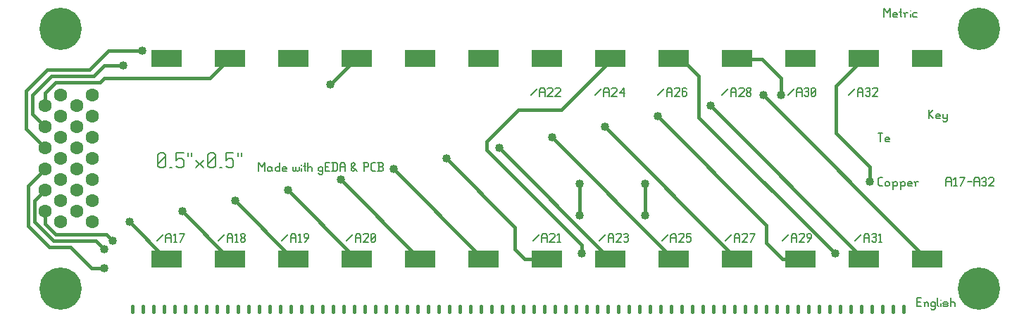
<source format=gbr>
G04 start of page 2 for group 0 idx 0 *
G04 Title: (unknown), component *
G04 Creator: pcb 20110918 *
G04 CreationDate: Wed Jul 25 20:17:01 2012 UTC *
G04 For: fosse *
G04 Format: Gerber/RS-274X *
G04 PCB-Dimensions: 476000 152000 *
G04 PCB-Coordinate-Origin: lower left *
%MOIN*%
%FSLAX25Y25*%
%LNTOP*%
%ADD19C,0.0350*%
%ADD18C,0.1250*%
%ADD17C,0.0200*%
%ADD16C,0.0400*%
%ADD15R,0.0807X0.0807*%
%ADD14C,0.0630*%
%ADD13C,0.2000*%
%ADD12C,0.0070*%
%ADD11C,0.0150*%
G54D11*X159580Y66000D02*X197040Y28540D01*
X184540Y71000D02*X227020Y28520D01*
X184500Y71000D02*X184540D01*
X209500Y76000D02*X209540D01*
X234500Y81000D02*X234540D01*
X228501Y84000D02*Y80000D01*
X242000Y43500D02*X209500Y76000D01*
X234540Y81000D02*X287020Y28520D01*
X259500Y86000D02*X259540D01*
X272501Y49000D02*Y64000D01*
X259540Y86000D02*X317020Y28520D01*
X284500Y91000D02*X284540D01*
X347020Y28520D01*
X303501Y49000D02*Y64000D01*
X361000Y44500D02*X309500Y96000D01*
X228501Y80000D02*X273501Y35000D01*
Y31000D01*
X257020Y28520D02*X246480D01*
X242000Y33000D01*
Y43500D01*
X243501Y99000D02*X228501Y84000D01*
X243501Y99000D02*X264000D01*
X334500Y101000D02*X334540D01*
X359501Y106000D02*Y105998D01*
X334540Y101000D02*X407020Y28520D01*
X377020D02*X368480D01*
X361000Y36000D01*
Y44500D01*
X329000Y95501D02*X393501Y31000D01*
X394000Y88000D02*Y110498D01*
X359501Y105998D02*X437000Y28500D01*
X410000Y65000D02*Y72000D01*
X394000Y88000D01*
X287040Y123538D02*Y122040D01*
X264000Y99000D01*
X309500Y96000D02*X309540D01*
X317020Y123519D02*X320481D01*
X329000Y115000D01*
Y95501D01*
X368000Y106000D02*Y114000D01*
X359000Y123000D01*
X347578D01*
X347040Y123538D01*
X394000Y110498D02*X407040Y123538D01*
X65500Y127000D02*X49500D01*
X56500Y120000D02*X47500D01*
Y114000D02*X97502D01*
X107040Y123538D01*
X154501Y111000D02*X154502D01*
X167040Y123538D01*
X24500Y112000D02*X45500D01*
X19520Y91000D02*X19500D01*
X13500Y97000D01*
Y106000D01*
X10500Y90000D02*Y108000D01*
X47500Y114000D02*X45500Y112000D01*
X19520Y101000D02*Y107020D01*
Y106980D02*Y107020D01*
X24500Y112000D01*
X13500Y106000D02*X22500Y115000D01*
X10500Y108000D02*X20500Y118000D01*
X22500Y115000D02*X42500D01*
X20500Y118000D02*X40500D01*
X49500Y127000D02*X40500Y118000D01*
X47500Y120000D02*X42500Y115000D01*
X19500Y81000D02*X10500Y90000D01*
X19520Y81000D02*X19500D01*
X19520Y61000D02*X19501D01*
X19520Y71000D02*X19501D01*
X19520Y51000D02*Y44981D01*
X24501Y40000D01*
X19501Y61000D02*X14501Y56000D01*
Y46000D01*
X23501Y37000D01*
X19501Y71000D02*X11501Y63000D01*
Y44000D01*
X21501Y34000D01*
X23501Y37000D02*X43501D01*
X21501Y34000D02*X31501D01*
X24501Y40000D02*X48501D01*
X43501Y37000D02*X47501Y33000D01*
X48501Y40000D02*X51501Y37000D01*
X47501Y24000D02*X41501D01*
X31501Y34000D02*X41501Y24000D01*
X59499Y46000D02*X59540D01*
X77020Y28520D01*
X84500Y51000D02*X84540D01*
X107020Y28520D01*
X109500Y56000D02*X109540D01*
X137020Y28520D01*
X134500Y61000D02*X134540D01*
X167020Y28520D01*
X159540Y66000D02*X159580D01*
X61001Y3500D02*Y6000D01*
X66001Y3500D02*Y6000D01*
X71001Y3500D02*Y6000D01*
X76001Y3500D02*Y6000D01*
X81001Y3500D02*Y6000D01*
X86001Y3500D02*Y6000D01*
X91001Y3500D02*Y6000D01*
X96001Y3500D02*Y6000D01*
X101001Y3500D02*Y6000D01*
X106001Y3500D02*Y6000D01*
X111001Y3500D02*Y6000D01*
X116001Y3500D02*Y6000D01*
X121001Y3500D02*Y6000D01*
X126001Y3500D02*Y6000D01*
X131001Y3500D02*Y6000D01*
X136001Y3500D02*Y6000D01*
X141001Y3500D02*Y6000D01*
X146001Y3500D02*Y6000D01*
X151001Y3500D02*Y6000D01*
X156001Y3500D02*Y6000D01*
X161001Y3500D02*Y6000D01*
X166001Y3500D02*Y6000D01*
X171001Y3500D02*Y6000D01*
X176001Y3500D02*Y6000D01*
X181001Y3500D02*Y6000D01*
X186001Y3500D02*Y6000D01*
X191001Y3500D02*Y6000D01*
X196001Y3500D02*Y6000D01*
X201001Y3500D02*Y6000D01*
X206001Y3500D02*Y6000D01*
X211001Y3500D02*Y6000D01*
X216001Y3500D02*Y6000D01*
X221001Y3500D02*Y6000D01*
X226001Y3500D02*Y6000D01*
X231001Y3500D02*Y6000D01*
X236001Y3500D02*Y6000D01*
X241001Y3500D02*Y6000D01*
X246001Y3500D02*Y6000D01*
X251001Y3500D02*Y6000D01*
X256001Y3500D02*Y6000D01*
X261001Y3500D02*Y6000D01*
X266001Y3500D02*Y6000D01*
X271001Y3500D02*Y6000D01*
X276001Y3500D02*Y6000D01*
X281001Y3500D02*Y6000D01*
X286001Y3500D02*Y6000D01*
X291001Y3500D02*Y6000D01*
X296001Y3500D02*Y6000D01*
X301001Y3500D02*Y6000D01*
X306001Y3500D02*Y6000D01*
X311001Y3500D02*Y6000D01*
X316001Y3500D02*Y6000D01*
X321001Y3500D02*Y6000D01*
X326001Y3500D02*Y6000D01*
X331001Y3500D02*Y6000D01*
X336001Y3500D02*Y6000D01*
X341001Y3500D02*Y6000D01*
X346001Y3500D02*Y6000D01*
X351001Y3500D02*Y6000D01*
X356001Y3500D02*Y6000D01*
X361001Y3500D02*Y6000D01*
X366001Y3500D02*Y6000D01*
X371001Y3500D02*Y6000D01*
X376001Y3500D02*Y6000D01*
X381001Y3500D02*Y6000D01*
X386001Y3500D02*Y6000D01*
X391001Y3500D02*Y6000D01*
X396001Y3500D02*Y6000D01*
X401001Y3500D02*Y6000D01*
X406001Y3500D02*Y6000D01*
X411001Y3500D02*Y6000D01*
X416001Y3500D02*Y6000D01*
X421001Y3500D02*Y6000D01*
X426001Y3500D02*Y6000D01*
G54D12*X73000Y72625D02*X73875Y71750D01*
X73000Y77875D02*Y72625D01*
Y77875D02*X73875Y78750D01*
X75625D01*
X76500Y77875D01*
Y72625D01*
X75625Y71750D02*X76500Y72625D01*
X73875Y71750D02*X75625D01*
X73000Y73500D02*X76500Y77000D01*
X78600Y71750D02*X79475D01*
X81575Y78750D02*X85075D01*
X81575D02*Y75250D01*
X82450Y76125D01*
X84200D01*
X85075Y75250D01*
Y72625D01*
X84200Y71750D02*X85075Y72625D01*
X82450Y71750D02*X84200D01*
X81575Y72625D02*X82450Y71750D01*
X87175Y78750D02*Y77000D01*
X88925Y78750D02*Y77000D01*
X91025Y75250D02*X94525Y71750D01*
X91025D02*X94525Y75250D01*
X96625Y72625D02*X97500Y71750D01*
X96625Y77875D02*Y72625D01*
Y77875D02*X97500Y78750D01*
X99250D01*
X100125Y77875D01*
Y72625D01*
X99250Y71750D02*X100125Y72625D01*
X97500Y71750D02*X99250D01*
X96625Y73500D02*X100125Y77000D01*
X102225Y71750D02*X103100D01*
X105200Y78750D02*X108700D01*
X105200D02*Y75250D01*
X106075Y76125D01*
X107825D01*
X108700Y75250D01*
Y72625D01*
X107825Y71750D02*X108700Y72625D01*
X106075Y71750D02*X107825D01*
X105200Y72625D02*X106075Y71750D01*
X110800Y78750D02*Y77000D01*
X112550Y78750D02*Y77000D01*
X120662Y74000D02*Y70000D01*
Y74000D02*X122162Y72000D01*
X123662Y74000D01*
Y70000D01*
X126362Y72000D02*X126862Y71500D01*
X125362Y72000D02*X126362D01*
X124862Y71500D02*X125362Y72000D01*
X124862Y71500D02*Y70500D01*
X125362Y70000D01*
X126862Y72000D02*Y70500D01*
X127362Y70000D01*
X125362D02*X126362D01*
X126862Y70500D01*
X130562Y74000D02*Y70000D01*
X130062D02*X130562Y70500D01*
X129062Y70000D02*X130062D01*
X128562Y70500D02*X129062Y70000D01*
X128562Y71500D02*Y70500D01*
Y71500D02*X129062Y72000D01*
X130062D01*
X130562Y71500D01*
X132262Y70000D02*X133762D01*
X131762Y70500D02*X132262Y70000D01*
X131762Y71500D02*Y70500D01*
Y71500D02*X132262Y72000D01*
X133262D01*
X133762Y71500D01*
X131762Y71000D02*X133762D01*
Y71500D02*Y71000D01*
X136762Y72000D02*Y70500D01*
X137262Y70000D01*
X137762D01*
X138262Y70500D01*
Y72000D02*Y70500D01*
X138762Y70000D01*
X139262D01*
X139762Y70500D01*
Y72000D02*Y70500D01*
X140962Y73000D02*Y72900D01*
Y71500D02*Y70000D01*
X142462Y74000D02*Y70500D01*
X142962Y70000D01*
X141962Y72500D02*X142962D01*
X143962Y74000D02*Y70000D01*
Y71500D02*X144462Y72000D01*
X145462D01*
X145962Y71500D01*
Y70000D01*
X150462Y72000D02*X150962Y71500D01*
X149462Y72000D02*X150462D01*
X148962Y71500D02*X149462Y72000D01*
X148962Y71500D02*Y70500D01*
X149462Y70000D01*
X150462D01*
X150962Y70500D01*
X148962Y69000D02*X149462Y68500D01*
X150462D01*
X150962Y69000D01*
Y72000D02*Y69000D01*
X152162Y72200D02*X153662D01*
X152162Y70000D02*X154162D01*
X152162Y74000D02*Y70000D01*
Y74000D02*X154162D01*
X155862D02*Y70000D01*
X157162Y74000D02*X157862Y73300D01*
Y70700D01*
X157162Y70000D02*X157862Y70700D01*
X155362Y70000D02*X157162D01*
X155362Y74000D02*X157162D01*
X159062Y73000D02*Y70000D01*
Y73000D02*X159762Y74000D01*
X160862D01*
X161562Y73000D01*
Y70000D01*
X159062Y72000D02*X161562D01*
X164562Y70500D02*X165062Y70000D01*
X164562Y73500D02*Y72500D01*
Y73500D02*X165062Y74000D01*
X164562Y71500D02*X166062Y73000D01*
X165062Y70000D02*X165562D01*
X166562Y71000D01*
X164562Y72500D02*X167062Y70000D01*
X165062Y74000D02*X165562D01*
X166062Y73500D01*
Y73000D01*
X164562Y71500D02*Y70500D01*
X170562Y74000D02*Y70000D01*
X170062Y74000D02*X172062D01*
X172562Y73500D01*
Y72500D01*
X172062Y72000D02*X172562Y72500D01*
X170562Y72000D02*X172062D01*
X174462Y70000D02*X175762D01*
X173762Y70700D02*X174462Y70000D01*
X173762Y73300D02*Y70700D01*
Y73300D02*X174462Y74000D01*
X175762D01*
X176962Y70000D02*X178962D01*
X179462Y70500D01*
Y71700D02*Y70500D01*
X178962Y72200D02*X179462Y71700D01*
X177462Y72200D02*X178962D01*
X177462Y74000D02*Y70000D01*
X176962Y74000D02*X178962D01*
X179462Y73500D01*
Y72700D01*
X178962Y72200D02*X179462Y72700D01*
X101600Y37100D02*X104600Y40100D01*
X105800Y39600D02*Y36600D01*
Y39600D02*X106500Y40600D01*
X107600D01*
X108300Y39600D01*
Y36600D01*
X105800Y38600D02*X108300D01*
X109500Y39800D02*X110300Y40600D01*
Y36600D01*
X109500D02*X111000D01*
X112200Y37100D02*X112700Y36600D01*
X112200Y37900D02*Y37100D01*
Y37900D02*X112900Y38600D01*
X113500D01*
X114200Y37900D01*
Y37100D01*
X113700Y36600D02*X114200Y37100D01*
X112700Y36600D02*X113700D01*
X112200Y39300D02*X112900Y38600D01*
X112200Y40100D02*Y39300D01*
Y40100D02*X112700Y40600D01*
X113700D01*
X114200Y40100D01*
Y39300D01*
X113500Y38600D02*X114200Y39300D01*
X162200Y37000D02*X165200Y40000D01*
X166400Y39500D02*Y36500D01*
Y39500D02*X167100Y40500D01*
X168200D01*
X168900Y39500D01*
Y36500D01*
X166400Y38500D02*X168900D01*
X170100Y40000D02*X170600Y40500D01*
X172100D01*
X172600Y40000D01*
Y39000D01*
X170100Y36500D02*X172600Y39000D01*
X170100Y36500D02*X172600D01*
X173800Y37000D02*X174300Y36500D01*
X173800Y40000D02*Y37000D01*
Y40000D02*X174300Y40500D01*
X175300D01*
X175800Y40000D01*
Y37000D01*
X175300Y36500D02*X175800Y37000D01*
X174300Y36500D02*X175300D01*
X173800Y37500D02*X175800Y39500D01*
X131600Y37000D02*X134600Y40000D01*
X135800Y39500D02*Y36500D01*
Y39500D02*X136500Y40500D01*
X137600D01*
X138300Y39500D01*
Y36500D01*
X135800Y38500D02*X138300D01*
X139500Y39700D02*X140300Y40500D01*
Y36500D01*
X139500D02*X141000D01*
X142700D02*X144200Y38500D01*
Y40000D02*Y38500D01*
X143700Y40500D02*X144200Y40000D01*
X142700Y40500D02*X143700D01*
X142200Y40000D02*X142700Y40500D01*
X142200Y40000D02*Y39000D01*
X142700Y38500D01*
X144200D01*
X72500Y37000D02*X75500Y40000D01*
X76700Y39500D02*Y36500D01*
Y39500D02*X77400Y40500D01*
X78500D01*
X79200Y39500D01*
Y36500D01*
X76700Y38500D02*X79200D01*
X80400Y39700D02*X81200Y40500D01*
Y36500D01*
X80400D02*X81900D01*
X83600D02*X85600Y40500D01*
X83100D02*X85600D01*
X432320Y8283D02*X433820D01*
X432320Y6083D02*X434320D01*
X432320Y10083D02*Y6083D01*
Y10083D02*X434320D01*
X436020Y7583D02*Y6083D01*
Y7583D02*X436520Y8083D01*
X437020D01*
X437520Y7583D01*
Y6083D01*
X435520Y8083D02*X436020Y7583D01*
X440220Y8083D02*X440720Y7583D01*
X439220Y8083D02*X440220D01*
X438720Y7583D02*X439220Y8083D01*
X438720Y7583D02*Y6583D01*
X439220Y6083D01*
X440220D01*
X440720Y6583D01*
X438720Y5083D02*X439220Y4583D01*
X440220D01*
X440720Y5083D01*
Y8083D02*Y5083D01*
X441920Y10083D02*Y6583D01*
X442420Y6083D01*
X443420Y9083D02*Y8983D01*
Y7583D02*Y6083D01*
X444920D02*X446420D01*
X446920Y6583D01*
X446420Y7083D02*X446920Y6583D01*
X444920Y7083D02*X446420D01*
X444420Y7583D02*X444920Y7083D01*
X444420Y7583D02*X444920Y8083D01*
X446420D01*
X446920Y7583D01*
X444420Y6583D02*X444920Y6083D01*
X448120Y10083D02*Y6083D01*
Y7583D02*X448620Y8083D01*
X449620D01*
X450120Y7583D01*
Y6083D01*
X414700Y63000D02*X416000D01*
X414000Y63700D02*X414700Y63000D01*
X414000Y66300D02*Y63700D01*
Y66300D02*X414700Y67000D01*
X416000D01*
X417200Y64500D02*Y63500D01*
Y64500D02*X417700Y65000D01*
X418700D01*
X419200Y64500D01*
Y63500D01*
X418700Y63000D02*X419200Y63500D01*
X417700Y63000D02*X418700D01*
X417200Y63500D02*X417700Y63000D01*
X420900Y64500D02*Y61500D01*
X420400Y65000D02*X420900Y64500D01*
X421400Y65000D01*
X422400D01*
X422900Y64500D01*
Y63500D01*
X422400Y63000D02*X422900Y63500D01*
X421400Y63000D02*X422400D01*
X420900Y63500D02*X421400Y63000D01*
X424600Y64500D02*Y61500D01*
X424100Y65000D02*X424600Y64500D01*
X425100Y65000D01*
X426100D01*
X426600Y64500D01*
Y63500D01*
X426100Y63000D02*X426600Y63500D01*
X425100Y63000D02*X426100D01*
X424600Y63500D02*X425100Y63000D01*
X428300D02*X429800D01*
X427800Y63500D02*X428300Y63000D01*
X427800Y64500D02*Y63500D01*
Y64500D02*X428300Y65000D01*
X429300D01*
X429800Y64500D01*
X427800Y64000D02*X429800D01*
Y64500D02*Y64000D01*
X431500Y64500D02*Y63000D01*
Y64500D02*X432000Y65000D01*
X433000D01*
X431000D02*X431500Y64500D01*
X438000Y99000D02*Y95000D01*
Y97000D02*X440000Y99000D01*
X438000Y97000D02*X440000Y95000D01*
X441700D02*X443200D01*
X441200Y95500D02*X441700Y95000D01*
X441200Y96500D02*Y95500D01*
Y96500D02*X441700Y97000D01*
X442700D01*
X443200Y96500D01*
X441200Y96000D02*X443200D01*
Y96500D02*Y96000D01*
X444400Y97000D02*Y95500D01*
X444900Y95000D01*
X446400Y97000D02*Y94000D01*
X445900Y93500D02*X446400Y94000D01*
X444900Y93500D02*X445900D01*
X444400Y94000D02*X444900Y93500D01*
Y95000D02*X445900D01*
X446400Y95500D01*
X446000Y66000D02*Y63000D01*
Y66000D02*X446700Y67000D01*
X447800D01*
X448500Y66000D01*
Y63000D01*
X446000Y65000D02*X448500D01*
X449700Y66200D02*X450500Y67000D01*
Y63000D01*
X449700D02*X451200D01*
X452900D02*X454900Y67000D01*
X452400D02*X454900D01*
X456100Y65000D02*X458100D01*
X459300Y66000D02*Y63000D01*
Y66000D02*X460000Y67000D01*
X461100D01*
X461800Y66000D01*
Y63000D01*
X459300Y65000D02*X461800D01*
X463000Y66500D02*X463500Y67000D01*
X464500D01*
X465000Y66500D01*
X464500Y63000D02*X465000Y63500D01*
X463500Y63000D02*X464500D01*
X463000Y63500D02*X463500Y63000D01*
Y65200D02*X464500D01*
X465000Y66500D02*Y65700D01*
Y64700D02*Y63500D01*
Y64700D02*X464500Y65200D01*
X465000Y65700D02*X464500Y65200D01*
X466200Y66500D02*X466700Y67000D01*
X468200D01*
X468700Y66500D01*
Y65500D01*
X466200Y63000D02*X468700Y65500D01*
X466200Y63000D02*X468700D01*
X416572Y147091D02*Y143091D01*
Y147091D02*X418072Y145091D01*
X419572Y147091D01*
Y143091D01*
X421272D02*X422772D01*
X420772Y143591D02*X421272Y143091D01*
X420772Y144591D02*Y143591D01*
Y144591D02*X421272Y145091D01*
X422272D01*
X422772Y144591D01*
X420772Y144091D02*X422772D01*
Y144591D02*Y144091D01*
X424472Y147091D02*Y143591D01*
X424972Y143091D01*
X423972Y145591D02*X424972D01*
X426472Y144591D02*Y143091D01*
Y144591D02*X426972Y145091D01*
X427972D01*
X425972D02*X426472Y144591D01*
X429172Y146091D02*Y145991D01*
Y144591D02*Y143091D01*
X430672Y145091D02*X432172D01*
X430172Y144591D02*X430672Y145091D01*
X430172Y144591D02*Y143591D01*
X430672Y143091D01*
X432172D01*
X414000Y88000D02*X416000D01*
X415000D02*Y84000D01*
X417700D02*X419200D01*
X417200Y84500D02*X417700Y84000D01*
X417200Y85500D02*Y84500D01*
Y85500D02*X417700Y86000D01*
X418700D01*
X419200Y85500D01*
X417200Y85000D02*X419200D01*
Y85500D02*Y85000D01*
X371100Y106100D02*X374100Y109100D01*
X375300Y108600D02*Y105600D01*
Y108600D02*X376000Y109600D01*
X377100D01*
X377800Y108600D01*
Y105600D01*
X375300Y107600D02*X377800D01*
X379000Y109100D02*X379500Y109600D01*
X380500D01*
X381000Y109100D01*
X380500Y105600D02*X381000Y106100D01*
X379500Y105600D02*X380500D01*
X379000Y106100D02*X379500Y105600D01*
Y107800D02*X380500D01*
X381000Y109100D02*Y108300D01*
Y107300D02*Y106100D01*
Y107300D02*X380500Y107800D01*
X381000Y108300D02*X380500Y107800D01*
X382200Y106100D02*X382700Y105600D01*
X382200Y109100D02*Y106100D01*
Y109100D02*X382700Y109600D01*
X383700D01*
X384200Y109100D01*
Y106100D01*
X383700Y105600D02*X384200Y106100D01*
X382700Y105600D02*X383700D01*
X382200Y106600D02*X384200Y108600D01*
X400000Y106000D02*X403000Y109000D01*
X404200Y108500D02*Y105500D01*
Y108500D02*X404900Y109500D01*
X406000D01*
X406700Y108500D01*
Y105500D01*
X404200Y107500D02*X406700D01*
X407900Y109000D02*X408400Y109500D01*
X409400D01*
X409900Y109000D01*
X409400Y105500D02*X409900Y106000D01*
X408400Y105500D02*X409400D01*
X407900Y106000D02*X408400Y105500D01*
Y107700D02*X409400D01*
X409900Y109000D02*Y108200D01*
Y107200D02*Y106000D01*
Y107200D02*X409400Y107700D01*
X409900Y108200D02*X409400Y107700D01*
X411100Y109000D02*X411600Y109500D01*
X413100D01*
X413600Y109000D01*
Y108000D01*
X411100Y105500D02*X413600Y108000D01*
X411100Y105500D02*X413600D01*
X341600Y37000D02*X344600Y40000D01*
X345800Y39500D02*Y36500D01*
Y39500D02*X346500Y40500D01*
X347600D01*
X348300Y39500D01*
Y36500D01*
X345800Y38500D02*X348300D01*
X349500Y40000D02*X350000Y40500D01*
X351500D01*
X352000Y40000D01*
Y39000D01*
X349500Y36500D02*X352000Y39000D01*
X349500Y36500D02*X352000D01*
X353700D02*X355700Y40500D01*
X353200D02*X355700D01*
X368600Y37000D02*X371600Y40000D01*
X372800Y39500D02*Y36500D01*
Y39500D02*X373500Y40500D01*
X374600D01*
X375300Y39500D01*
Y36500D01*
X372800Y38500D02*X375300D01*
X376500Y40000D02*X377000Y40500D01*
X378500D01*
X379000Y40000D01*
Y39000D01*
X376500Y36500D02*X379000Y39000D01*
X376500Y36500D02*X379000D01*
X380700D02*X382200Y38500D01*
Y40000D02*Y38500D01*
X381700Y40500D02*X382200Y40000D01*
X380700Y40500D02*X381700D01*
X380200Y40000D02*X380700Y40500D01*
X380200Y40000D02*Y39000D01*
X380700Y38500D01*
X382200D01*
X403000Y37000D02*X406000Y40000D01*
X407200Y39500D02*Y36500D01*
Y39500D02*X407900Y40500D01*
X409000D01*
X409700Y39500D01*
Y36500D01*
X407200Y38500D02*X409700D01*
X410900Y40000D02*X411400Y40500D01*
X412400D01*
X412900Y40000D01*
X412400Y36500D02*X412900Y37000D01*
X411400Y36500D02*X412400D01*
X410900Y37000D02*X411400Y36500D01*
Y38700D02*X412400D01*
X412900Y40000D02*Y39200D01*
Y38200D02*Y37000D01*
Y38200D02*X412400Y38700D01*
X412900Y39200D02*X412400Y38700D01*
X414100Y39700D02*X414900Y40500D01*
Y36500D01*
X414100D02*X415600D01*
X309600Y106100D02*X312600Y109100D01*
X313800Y108600D02*Y105600D01*
Y108600D02*X314500Y109600D01*
X315600D01*
X316300Y108600D01*
Y105600D01*
X313800Y107600D02*X316300D01*
X317500Y109100D02*X318000Y109600D01*
X319500D01*
X320000Y109100D01*
Y108100D01*
X317500Y105600D02*X320000Y108100D01*
X317500Y105600D02*X320000D01*
X322700Y109600D02*X323200Y109100D01*
X321700Y109600D02*X322700D01*
X321200Y109100D02*X321700Y109600D01*
X321200Y109100D02*Y106100D01*
X321700Y105600D01*
X322700Y107800D02*X323200Y107300D01*
X321200Y107800D02*X322700D01*
X321700Y105600D02*X322700D01*
X323200Y106100D01*
Y107300D02*Y106100D01*
X249400Y106000D02*X252400Y109000D01*
X253600Y108500D02*Y105500D01*
Y108500D02*X254300Y109500D01*
X255400D01*
X256100Y108500D01*
Y105500D01*
X253600Y107500D02*X256100D01*
X257300Y109000D02*X257800Y109500D01*
X259300D01*
X259800Y109000D01*
Y108000D01*
X257300Y105500D02*X259800Y108000D01*
X257300Y105500D02*X259800D01*
X261000Y109000D02*X261500Y109500D01*
X263000D01*
X263500Y109000D01*
Y108000D01*
X261000Y105500D02*X263500Y108000D01*
X261000Y105500D02*X263500D01*
X279800Y106000D02*X282800Y109000D01*
X284000Y108500D02*Y105500D01*
Y108500D02*X284700Y109500D01*
X285800D01*
X286500Y108500D01*
Y105500D01*
X284000Y107500D02*X286500D01*
X287700Y109000D02*X288200Y109500D01*
X289700D01*
X290200Y109000D01*
Y108000D01*
X287700Y105500D02*X290200Y108000D01*
X287700Y105500D02*X290200D01*
X291400Y107000D02*X293400Y109500D01*
X291400Y107000D02*X293900D01*
X293400Y109500D02*Y105500D01*
X250400Y37100D02*X253400Y40100D01*
X254600Y39600D02*Y36600D01*
Y39600D02*X255300Y40600D01*
X256400D01*
X257100Y39600D01*
Y36600D01*
X254600Y38600D02*X257100D01*
X258300Y40100D02*X258800Y40600D01*
X260300D01*
X260800Y40100D01*
Y39100D01*
X258300Y36600D02*X260800Y39100D01*
X258300Y36600D02*X260800D01*
X262000Y39800D02*X262800Y40600D01*
Y36600D01*
X262000D02*X263500D01*
X281900Y37100D02*X284900Y40100D01*
X286100Y39600D02*Y36600D01*
Y39600D02*X286800Y40600D01*
X287900D01*
X288600Y39600D01*
Y36600D01*
X286100Y38600D02*X288600D01*
X289800Y40100D02*X290300Y40600D01*
X291800D01*
X292300Y40100D01*
Y39100D01*
X289800Y36600D02*X292300Y39100D01*
X289800Y36600D02*X292300D01*
X293500Y40100D02*X294000Y40600D01*
X295000D01*
X295500Y40100D01*
X295000Y36600D02*X295500Y37100D01*
X294000Y36600D02*X295000D01*
X293500Y37100D02*X294000Y36600D01*
Y38800D02*X295000D01*
X295500Y40100D02*Y39300D01*
Y38300D02*Y37100D01*
Y38300D02*X295000Y38800D01*
X295500Y39300D02*X295000Y38800D01*
X311500Y37000D02*X314500Y40000D01*
X315700Y39500D02*Y36500D01*
Y39500D02*X316400Y40500D01*
X317500D01*
X318200Y39500D01*
Y36500D01*
X315700Y38500D02*X318200D01*
X319400Y40000D02*X319900Y40500D01*
X321400D01*
X321900Y40000D01*
Y39000D01*
X319400Y36500D02*X321900Y39000D01*
X319400Y36500D02*X321900D01*
X323100Y40500D02*X325100D01*
X323100D02*Y38500D01*
X323600Y39000D01*
X324600D01*
X325100Y38500D01*
Y37000D01*
X324600Y36500D02*X325100Y37000D01*
X323600Y36500D02*X324600D01*
X323100Y37000D02*X323600Y36500D01*
X340000Y106100D02*X343000Y109100D01*
X344200Y108600D02*Y105600D01*
Y108600D02*X344900Y109600D01*
X346000D01*
X346700Y108600D01*
Y105600D01*
X344200Y107600D02*X346700D01*
X347900Y109100D02*X348400Y109600D01*
X349900D01*
X350400Y109100D01*
Y108100D01*
X347900Y105600D02*X350400Y108100D01*
X347900Y105600D02*X350400D01*
X351600Y106100D02*X352100Y105600D01*
X351600Y106900D02*Y106100D01*
Y106900D02*X352300Y107600D01*
X352900D01*
X353600Y106900D01*
Y106100D01*
X353100Y105600D02*X353600Y106100D01*
X352100Y105600D02*X353100D01*
X351600Y108300D02*X352300Y107600D01*
X351600Y109100D02*Y108300D01*
Y109100D02*X352100Y109600D01*
X353100D01*
X353600Y109100D01*
Y108300D01*
X352900Y107600D02*X353600Y108300D01*
G54D13*X27000Y14504D03*
G54D14*Y46000D03*
X41961D03*
X34480Y51000D03*
X19520D03*
X27000Y56000D03*
X41961D03*
G54D13*X27000Y137496D03*
G54D14*X34480Y61000D03*
Y71000D03*
Y81000D03*
Y91000D03*
Y101000D03*
X19520Y61000D03*
Y71000D03*
Y81000D03*
Y91000D03*
Y101000D03*
X27000Y66000D03*
Y76000D03*
Y86000D03*
Y96000D03*
Y106000D03*
X41961Y66000D03*
Y76000D03*
Y86000D03*
Y96000D03*
Y106000D03*
G54D15*X433851Y28500D02*X440150D01*
X403871Y28520D02*X410170D01*
X373871D02*X380170D01*
X343871D02*X350170D01*
X433891Y123539D02*X440190D01*
X403891Y123538D02*X410190D01*
X373891D02*X380190D01*
X343891D02*X350190D01*
X253891D02*X260190D01*
X313871Y28520D02*X320170D01*
X283871D02*X290170D01*
X313871Y123519D02*X320170D01*
X283891Y123538D02*X290190D01*
X253871Y28520D02*X260170D01*
X223890Y28500D02*X230189D01*
X163871Y28520D02*X170170D01*
X193891Y28540D02*X200190D01*
X133871Y28520D02*X140170D01*
X103870D02*X110169D01*
X73871D02*X80170D01*
X223871Y123519D02*X230170D01*
X193891Y123538D02*X200190D01*
X163891D02*X170190D01*
X133891D02*X140190D01*
X103891D02*X110190D01*
X73891D02*X80190D01*
G54D16*X65500Y127000D03*
X56500Y120000D03*
X77040Y123538D03*
X59499Y46000D03*
X84500Y51000D03*
X47501Y33000D03*
X51501Y37000D03*
X47501Y24000D03*
X137040Y123538D03*
X197040D03*
X257040D03*
X227020Y123519D03*
X393501Y31000D03*
G54D13*X461383Y14504D03*
G54D16*X410000Y65000D03*
X272501Y49000D03*
X273501Y31000D03*
X437041Y123539D03*
X377040Y123538D03*
X368000Y106000D03*
G54D13*X461383Y137496D03*
G54D16*X154501Y111000D03*
X159540Y66000D03*
X134500Y61000D03*
X109500Y56000D03*
X359501Y106000D03*
X334500Y101000D03*
X303501Y49000D03*
Y64000D03*
X309500Y96000D03*
X284500Y91000D03*
X259500Y86000D03*
X272501Y64000D03*
X234500Y81000D03*
X209500Y76000D03*
X184500Y71000D03*
G54D17*G54D18*G54D17*G54D18*G54D17*G54D18*G54D19*G54D18*G54D19*M02*

</source>
